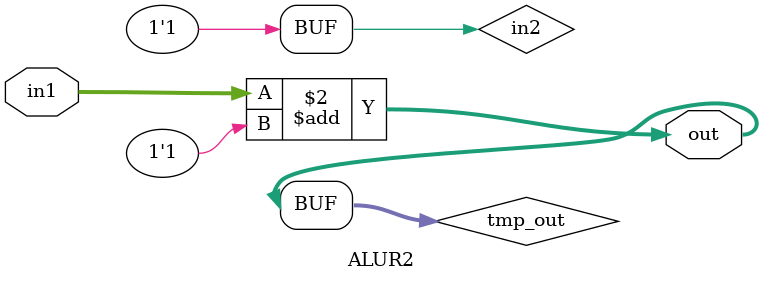
<source format=v>

module ALUR2 (in1, out);

// ------------------------ PORT declaration ------------------------ //
input [7:0] in1;
output [7:0] out;

// ------------------------- Registers/Wires ------------------------ //
assign in2 = 1;
reg [7:0] tmp_out;

// -------------------------- ALU Operation ------------------------- //
// ALUOp encoding:													  //
//  000 = addition, 001 = subtraction, 010 = OR,					  //
//  011 = NAND, and 100 = Shift										  //
// ------------------------------------------------------------------ //
always @(*)
begin
	tmp_out = in1 + in2;
end

// Assign output and condition flags
assign out = tmp_out;


endmodule

</source>
